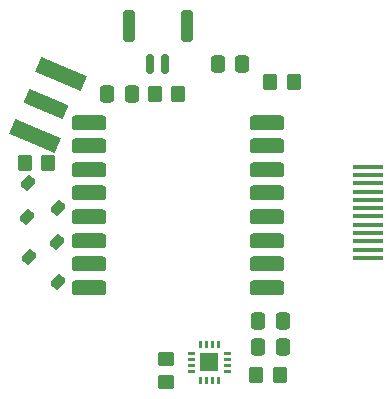
<source format=gbr>
%TF.GenerationSoftware,KiCad,Pcbnew,8.0.1*%
%TF.CreationDate,2024-05-06T20:27:01+02:00*%
%TF.ProjectId,SenseLoraCAM,53656e73-654c-46f7-9261-43414d2e6b69,rev?*%
%TF.SameCoordinates,Original*%
%TF.FileFunction,Paste,Top*%
%TF.FilePolarity,Positive*%
%FSLAX46Y46*%
G04 Gerber Fmt 4.6, Leading zero omitted, Abs format (unit mm)*
G04 Created by KiCad (PCBNEW 8.0.1) date 2024-05-06 20:27:01*
%MOMM*%
%LPD*%
G01*
G04 APERTURE LIST*
G04 Aperture macros list*
%AMRoundRect*
0 Rectangle with rounded corners*
0 $1 Rounding radius*
0 $2 $3 $4 $5 $6 $7 $8 $9 X,Y pos of 4 corners*
0 Add a 4 corners polygon primitive as box body*
4,1,4,$2,$3,$4,$5,$6,$7,$8,$9,$2,$3,0*
0 Add four circle primitives for the rounded corners*
1,1,$1+$1,$2,$3*
1,1,$1+$1,$4,$5*
1,1,$1+$1,$6,$7*
1,1,$1+$1,$8,$9*
0 Add four rect primitives between the rounded corners*
20,1,$1+$1,$2,$3,$4,$5,0*
20,1,$1+$1,$4,$5,$6,$7,0*
20,1,$1+$1,$6,$7,$8,$9,0*
20,1,$1+$1,$8,$9,$2,$3,0*%
%AMRotRect*
0 Rectangle, with rotation*
0 The origin of the aperture is its center*
0 $1 length*
0 $2 width*
0 $3 Rotation angle, in degrees counterclockwise*
0 Add horizontal line*
21,1,$1,$2,0,0,$3*%
G04 Aperture macros list end*
%ADD10C,0.000000*%
%ADD11RoundRect,0.225000X-0.413405X-0.142639X-0.068685X-0.431894X0.413405X0.142639X0.068685X0.431894X0*%
%ADD12RotRect,1.270000X3.600000X247.000000*%
%ADD13RotRect,1.350000X4.200000X247.000000*%
%ADD14RoundRect,0.250000X-0.337500X-0.475000X0.337500X-0.475000X0.337500X0.475000X-0.337500X0.475000X0*%
%ADD15RoundRect,0.150000X0.150000X0.700000X-0.150000X0.700000X-0.150000X-0.700000X0.150000X-0.700000X0*%
%ADD16RoundRect,0.250000X0.250000X1.100000X-0.250000X1.100000X-0.250000X-1.100000X0.250000X-1.100000X0*%
%ADD17R,2.500000X0.350000*%
%ADD18RoundRect,0.250000X-0.350000X-0.450000X0.350000X-0.450000X0.350000X0.450000X-0.350000X0.450000X0*%
%ADD19RoundRect,0.250000X-0.450000X0.350000X-0.450000X-0.350000X0.450000X-0.350000X0.450000X0.350000X0*%
%ADD20RoundRect,0.250000X0.350000X0.450000X-0.350000X0.450000X-0.350000X-0.450000X0.350000X-0.450000X0*%
%ADD21RoundRect,0.250000X0.337500X0.475000X-0.337500X0.475000X-0.337500X-0.475000X0.337500X-0.475000X0*%
%ADD22R,0.250000X0.600000*%
%ADD23R,0.600000X0.250000*%
%ADD24R,1.500000X1.500000*%
%ADD25RoundRect,0.317500X1.157500X0.317500X-1.157500X0.317500X-1.157500X-0.317500X1.157500X-0.317500X0*%
G04 APERTURE END LIST*
D10*
%TO.C,U3*%
G36*
X111649000Y-94073000D02*
G01*
X111049000Y-94073000D01*
X111049000Y-93823000D01*
X111649000Y-93823000D01*
X111649000Y-94073000D01*
G37*
G36*
X111649000Y-94573000D02*
G01*
X111049000Y-94573000D01*
X111049000Y-94323000D01*
X111649000Y-94323000D01*
X111649000Y-94573000D01*
G37*
G36*
X111649000Y-95073000D02*
G01*
X111049000Y-95073000D01*
X111049000Y-94823000D01*
X111649000Y-94823000D01*
X111649000Y-95073000D01*
G37*
G36*
X111649000Y-95573000D02*
G01*
X111049000Y-95573000D01*
X111049000Y-95323000D01*
X111649000Y-95323000D01*
X111649000Y-95573000D01*
G37*
G36*
X112226000Y-93500000D02*
G01*
X111976000Y-93500000D01*
X111976000Y-92900000D01*
X112226000Y-92900000D01*
X112226000Y-93500000D01*
G37*
G36*
X112226000Y-96500000D02*
G01*
X111976000Y-96500000D01*
X111976000Y-95900000D01*
X112226000Y-95900000D01*
X112226000Y-96500000D01*
G37*
G36*
X113449000Y-95300000D02*
G01*
X112249000Y-95300000D01*
X112249000Y-94100000D01*
X113449000Y-94100000D01*
X113449000Y-95300000D01*
G37*
G36*
X112724000Y-93500000D02*
G01*
X112474000Y-93500000D01*
X112474000Y-92900000D01*
X112724000Y-92900000D01*
X112724000Y-93500000D01*
G37*
G36*
X112726000Y-96500000D02*
G01*
X112476000Y-96500000D01*
X112476000Y-95900000D01*
X112726000Y-95900000D01*
X112726000Y-96500000D01*
G37*
G36*
X113224000Y-93500000D02*
G01*
X112974000Y-93500000D01*
X112974000Y-92900000D01*
X113224000Y-92900000D01*
X113224000Y-93500000D01*
G37*
G36*
X113226000Y-96500000D02*
G01*
X112976000Y-96500000D01*
X112976000Y-95900000D01*
X113226000Y-95900000D01*
X113226000Y-96500000D01*
G37*
G36*
X113724000Y-93500000D02*
G01*
X113474000Y-93500000D01*
X113474000Y-92900000D01*
X113724000Y-92900000D01*
X113724000Y-93500000D01*
G37*
G36*
X113726000Y-96500000D02*
G01*
X113476000Y-96500000D01*
X113476000Y-95900000D01*
X113726000Y-95900000D01*
X113726000Y-96500000D01*
G37*
G36*
X114649000Y-94073000D02*
G01*
X114049000Y-94073000D01*
X114049000Y-93823000D01*
X114649000Y-93823000D01*
X114649000Y-94073000D01*
G37*
G36*
X114649000Y-94573000D02*
G01*
X114049000Y-94573000D01*
X114049000Y-94323000D01*
X114649000Y-94323000D01*
X114649000Y-94573000D01*
G37*
G36*
X114649000Y-95073000D02*
G01*
X114049000Y-95073000D01*
X114049000Y-94823000D01*
X114649000Y-94823000D01*
X114649000Y-95073000D01*
G37*
G36*
X114649000Y-95573000D02*
G01*
X114049000Y-95573000D01*
X114049000Y-95323000D01*
X114649000Y-95323000D01*
X114649000Y-95573000D01*
G37*
%TD*%
D11*
%TO.C,D5*%
X97472054Y-79478800D03*
X100000000Y-81600000D03*
%TD*%
D12*
%TO.C,AE1*%
X99032106Y-72817221D03*
D13*
X100320022Y-70294942D03*
X98112392Y-75495794D03*
%TD*%
D14*
%TO.C,C2*%
X116962500Y-93400000D03*
X119037500Y-93400000D03*
%TD*%
D15*
%TO.C,J1*%
X109100000Y-69400000D03*
X107850000Y-69400000D03*
D16*
X110950000Y-66200000D03*
X106000000Y-66200000D03*
%TD*%
D11*
%TO.C,D4*%
X97400000Y-82400000D03*
X99927946Y-84521200D03*
%TD*%
D17*
%TO.C,U2*%
X126275000Y-78150000D03*
X126275000Y-78850000D03*
X126275000Y-79550000D03*
X126275000Y-80250000D03*
X126275000Y-80950000D03*
X126275000Y-81650000D03*
X126275000Y-82350000D03*
X126275000Y-83050000D03*
X126275000Y-83750000D03*
X126275000Y-84450000D03*
X126275000Y-85150000D03*
X126275000Y-85850000D03*
%TD*%
D18*
%TO.C,R5*%
X118000000Y-71000000D03*
X120000000Y-71000000D03*
%TD*%
D19*
%TO.C,R1*%
X109200000Y-94400000D03*
X109200000Y-96400000D03*
%TD*%
D14*
%TO.C,C1*%
X116962500Y-91200000D03*
X119037500Y-91200000D03*
%TD*%
D20*
%TO.C,R8*%
X110200000Y-72000000D03*
X108200000Y-72000000D03*
%TD*%
D11*
%TO.C,D3*%
X97536027Y-85739400D03*
X100063973Y-87860600D03*
%TD*%
D14*
%TO.C,C4*%
X113562500Y-69400000D03*
X115637500Y-69400000D03*
%TD*%
D20*
%TO.C,R4*%
X118800000Y-95800000D03*
X116800000Y-95800000D03*
%TD*%
D21*
%TO.C,C5*%
X106275000Y-72000000D03*
X104200000Y-72000000D03*
%TD*%
D20*
%TO.C,R6*%
X99200000Y-77800000D03*
X97200000Y-77800000D03*
%TD*%
D22*
%TO.C,U3*%
X112101000Y-96200000D03*
X112600000Y-96200000D03*
X113101000Y-96200000D03*
X113600000Y-96200000D03*
D23*
X114349000Y-95448000D03*
X114349000Y-94948000D03*
X114349000Y-94448000D03*
X114349000Y-93948000D03*
D22*
X113599000Y-93200000D03*
X113099000Y-93200000D03*
X112599000Y-93200000D03*
X112101000Y-93200000D03*
D23*
X111349000Y-93948000D03*
X111349000Y-94448000D03*
X111349000Y-94948000D03*
X111349000Y-95448000D03*
D24*
X112849000Y-94700000D03*
%TD*%
D25*
%TO.C,U1*%
X117725000Y-88400000D03*
X117725000Y-86400000D03*
X117725000Y-84400000D03*
X117725000Y-82400000D03*
X117725000Y-80400000D03*
X117725000Y-78400000D03*
X117725000Y-76400000D03*
X117725000Y-74400000D03*
X102675000Y-74400000D03*
X102675000Y-76400000D03*
X102675000Y-78400000D03*
X102675000Y-80400000D03*
X102675000Y-82400000D03*
X102675000Y-84400000D03*
X102675000Y-86400000D03*
X102675000Y-88400000D03*
%TD*%
M02*

</source>
